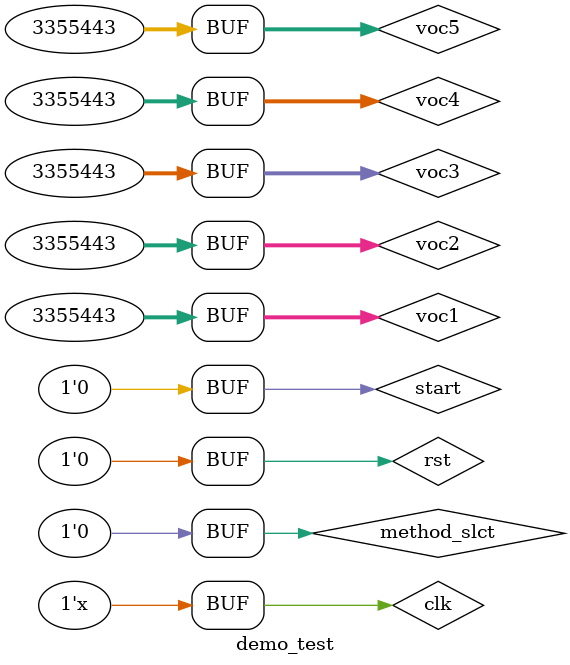
<source format=v>
`timescale 1ns / 1ps
module demo_test();

reg clk,rst,start;
wire done,busy;
reg [31:0] voc1,voc2,voc3,voc4,voc5;
reg method_slct;
demo demo1(
    .clk(clk),              // E4 
    .rst(rst),              // SW15
    .start(start), //input enable,           // SW14
    .done(done),            // 
    .busy(busy),
    .method_select(method_slct),
    .sda_1(),
    .scl_1(),
    .voc1(voc1),
    .voc2(voc2),
    .voc3(voc3),
    .voc4(voc4),
    .voc5(voc5)
); 

always begin
#5 clk=~clk;
end
initial begin
rst=0;
clk=1;
#50
rst=1;
#20
rst=0;
#10
method_slct=0;
start=1;
voc1=32'h333333;
voc2=32'h333333;
voc3=32'h333333;
voc4=32'h333333;
voc5=32'h333333;
#10
start=0;


end


   
    
endmodule

</source>
